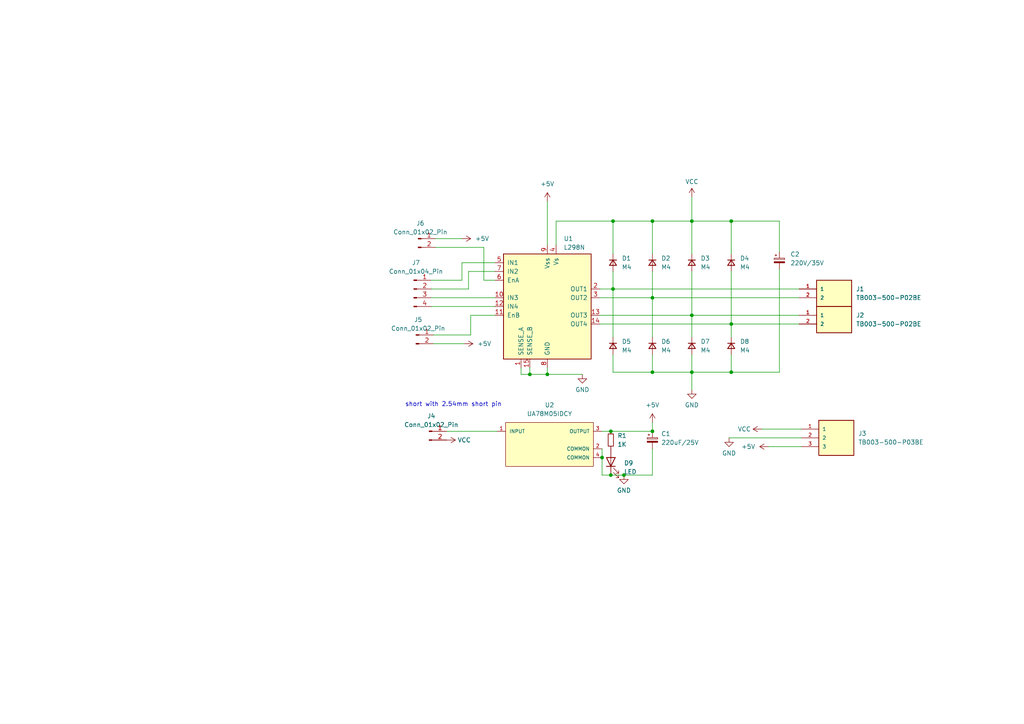
<source format=kicad_sch>
(kicad_sch (version 20230121) (generator eeschema)

  (uuid c70c3411-2fb5-4757-a14b-e069ed5806db)

  (paper "A4")

  (lib_symbols
    (symbol "78M05:UA78M05IDCY" (pin_names (offset 1.016)) (in_bom yes) (on_board yes)
      (property "Reference" "U" (at 0 5.08 0)
        (effects (font (size 1.27 1.27)) (justify left))
      )
      (property "Value" "UA78M05IDCY" (at 0 7.62 0)
        (effects (font (size 1.27 1.27)) (justify left))
      )
      (property "Footprint" "Texas_Instruments-DCY0004A-0-0-*" (at 0 10.16 0)
        (effects (font (size 1.27 1.27)) (justify left) hide)
      )
      (property "Datasheet" "http://www.ti.com/lit/ds/symlink/ua78m.pdf" (at 0 12.7 0)
        (effects (font (size 1.27 1.27)) (justify left) hide)
      )
      (property "accuracy percentage" "3%" (at 0 15.24 0)
        (effects (font (size 1.27 1.27)) (justify left) hide)
      )
      (property "category" "IC" (at 0 17.78 0)
        (effects (font (size 1.27 1.27)) (justify left) hide)
      )
      (property "device class L1" "Integrated Circuits (ICs)" (at 0 20.32 0)
        (effects (font (size 1.27 1.27)) (justify left) hide)
      )
      (property "device class L2" "Power Management ICs" (at 0 22.86 0)
        (effects (font (size 1.27 1.27)) (justify left) hide)
      )
      (property "device class L3" "Voltage Regulators - Linear" (at 0 25.4 0)
        (effects (font (size 1.27 1.27)) (justify left) hide)
      )
      (property "digikey description" "IC REG LINEAR 5V 500MA SOT223-4" (at 0 27.94 0)
        (effects (font (size 1.27 1.27)) (justify left) hide)
      )
      (property "digikey part number" "296-27139-5-ND" (at 0 30.48 0)
        (effects (font (size 1.27 1.27)) (justify left) hide)
      )
      (property "dropout voltage" "2V" (at 0 33.02 0)
        (effects (font (size 1.27 1.27)) (justify left) hide)
      )
      (property "height" "1.8mm" (at 0 35.56 0)
        (effects (font (size 1.27 1.27)) (justify left) hide)
      )
      (property "lead free" "yes" (at 0 38.1 0)
        (effects (font (size 1.27 1.27)) (justify left) hide)
      )
      (property "library id" "469354a70f515b76" (at 0 40.64 0)
        (effects (font (size 1.27 1.27)) (justify left) hide)
      )
      (property "manufacturer" "Texas Instruments" (at 0 43.18 0)
        (effects (font (size 1.27 1.27)) (justify left) hide)
      )
      (property "max junction temp" "+125°C" (at 0 45.72 0)
        (effects (font (size 1.27 1.27)) (justify left) hide)
      )
      (property "max supply voltage" "25V" (at 0 48.26 0)
        (effects (font (size 1.27 1.27)) (justify left) hide)
      )
      (property "min supply voltage" "7V" (at 0 50.8 0)
        (effects (font (size 1.27 1.27)) (justify left) hide)
      )
      (property "mouser description" "Linear Voltage Regulators 5V 500mA Fixed Pos Voltage Regulator" (at 0 53.34 0)
        (effects (font (size 1.27 1.27)) (justify left) hide)
      )
      (property "mouser part number" "595-UA78M05IDCY" (at 0 55.88 0)
        (effects (font (size 1.27 1.27)) (justify left) hide)
      )
      (property "number of outputs" "1" (at 0 58.42 0)
        (effects (font (size 1.27 1.27)) (justify left) hide)
      )
      (property "output current" "500mA" (at 0 60.96 0)
        (effects (font (size 1.27 1.27)) (justify left) hide)
      )
      (property "output voltage" "5V" (at 0 63.5 0)
        (effects (font (size 1.27 1.27)) (justify left) hide)
      )
      (property "package" "SOT223-4" (at 0 66.04 0)
        (effects (font (size 1.27 1.27)) (justify left) hide)
      )
      (property "rohs" "yes" (at 0 68.58 0)
        (effects (font (size 1.27 1.27)) (justify left) hide)
      )
      (property "standoff height" "0.02mm" (at 0 71.12 0)
        (effects (font (size 1.27 1.27)) (justify left) hide)
      )
      (property "temperature range high" "+125°C" (at 0 73.66 0)
        (effects (font (size 1.27 1.27)) (justify left) hide)
      )
      (property "temperature range low" "-40°C" (at 0 76.2 0)
        (effects (font (size 1.27 1.27)) (justify left) hide)
      )
      (property "ki_locked" "" (at 0 0 0)
        (effects (font (size 1.27 1.27)))
      )
      (property "ki_description" "UA78M05IDCY" (at 0 0 0)
        (effects (font (size 1.27 1.27)) hide)
      )
      (symbol "UA78M05IDCY_1_1"
        (rectangle (start 5.08 2.54) (end 30.48 -10.16)
          (stroke (width 0) (type solid))
          (fill (type background))
        )
        (pin power_in line (at 2.54 0 0) (length 2.54)
          (name "INPUT" (effects (font (size 1.016 1.016))))
          (number "1" (effects (font (size 1.016 1.016))))
        )
        (pin power_in line (at 33.02 -5.08 180) (length 2.54)
          (name "COMMON" (effects (font (size 1.016 1.016))))
          (number "2" (effects (font (size 1.016 1.016))))
        )
        (pin power_in line (at 33.02 0 180) (length 2.54)
          (name "OUTPUT" (effects (font (size 1.016 1.016))))
          (number "3" (effects (font (size 1.016 1.016))))
        )
        (pin power_in line (at 33.02 -7.62 180) (length 2.54)
          (name "COMMON" (effects (font (size 1.016 1.016))))
          (number "4" (effects (font (size 1.016 1.016))))
        )
      )
    )
    (symbol "Connector:Conn_01x02_Pin" (pin_names (offset 1.016) hide) (in_bom yes) (on_board yes)
      (property "Reference" "J" (at 0 2.54 0)
        (effects (font (size 1.27 1.27)))
      )
      (property "Value" "Conn_01x02_Pin" (at 0 -5.08 0)
        (effects (font (size 1.27 1.27)))
      )
      (property "Footprint" "" (at 0 0 0)
        (effects (font (size 1.27 1.27)) hide)
      )
      (property "Datasheet" "~" (at 0 0 0)
        (effects (font (size 1.27 1.27)) hide)
      )
      (property "ki_locked" "" (at 0 0 0)
        (effects (font (size 1.27 1.27)))
      )
      (property "ki_keywords" "connector" (at 0 0 0)
        (effects (font (size 1.27 1.27)) hide)
      )
      (property "ki_description" "Generic connector, single row, 01x02, script generated" (at 0 0 0)
        (effects (font (size 1.27 1.27)) hide)
      )
      (property "ki_fp_filters" "Connector*:*_1x??_*" (at 0 0 0)
        (effects (font (size 1.27 1.27)) hide)
      )
      (symbol "Conn_01x02_Pin_1_1"
        (polyline
          (pts
            (xy 1.27 -2.54)
            (xy 0.8636 -2.54)
          )
          (stroke (width 0.1524) (type default))
          (fill (type none))
        )
        (polyline
          (pts
            (xy 1.27 0)
            (xy 0.8636 0)
          )
          (stroke (width 0.1524) (type default))
          (fill (type none))
        )
        (rectangle (start 0.8636 -2.413) (end 0 -2.667)
          (stroke (width 0.1524) (type default))
          (fill (type outline))
        )
        (rectangle (start 0.8636 0.127) (end 0 -0.127)
          (stroke (width 0.1524) (type default))
          (fill (type outline))
        )
        (pin passive line (at 5.08 0 180) (length 3.81)
          (name "Pin_1" (effects (font (size 1.27 1.27))))
          (number "1" (effects (font (size 1.27 1.27))))
        )
        (pin passive line (at 5.08 -2.54 180) (length 3.81)
          (name "Pin_2" (effects (font (size 1.27 1.27))))
          (number "2" (effects (font (size 1.27 1.27))))
        )
      )
    )
    (symbol "Connector:Conn_01x04_Pin" (pin_names (offset 1.016) hide) (in_bom yes) (on_board yes)
      (property "Reference" "J" (at 0 5.08 0)
        (effects (font (size 1.27 1.27)))
      )
      (property "Value" "Conn_01x04_Pin" (at 0 -7.62 0)
        (effects (font (size 1.27 1.27)))
      )
      (property "Footprint" "" (at 0 0 0)
        (effects (font (size 1.27 1.27)) hide)
      )
      (property "Datasheet" "~" (at 0 0 0)
        (effects (font (size 1.27 1.27)) hide)
      )
      (property "ki_locked" "" (at 0 0 0)
        (effects (font (size 1.27 1.27)))
      )
      (property "ki_keywords" "connector" (at 0 0 0)
        (effects (font (size 1.27 1.27)) hide)
      )
      (property "ki_description" "Generic connector, single row, 01x04, script generated" (at 0 0 0)
        (effects (font (size 1.27 1.27)) hide)
      )
      (property "ki_fp_filters" "Connector*:*_1x??_*" (at 0 0 0)
        (effects (font (size 1.27 1.27)) hide)
      )
      (symbol "Conn_01x04_Pin_1_1"
        (polyline
          (pts
            (xy 1.27 -5.08)
            (xy 0.8636 -5.08)
          )
          (stroke (width 0.1524) (type default))
          (fill (type none))
        )
        (polyline
          (pts
            (xy 1.27 -2.54)
            (xy 0.8636 -2.54)
          )
          (stroke (width 0.1524) (type default))
          (fill (type none))
        )
        (polyline
          (pts
            (xy 1.27 0)
            (xy 0.8636 0)
          )
          (stroke (width 0.1524) (type default))
          (fill (type none))
        )
        (polyline
          (pts
            (xy 1.27 2.54)
            (xy 0.8636 2.54)
          )
          (stroke (width 0.1524) (type default))
          (fill (type none))
        )
        (rectangle (start 0.8636 -4.953) (end 0 -5.207)
          (stroke (width 0.1524) (type default))
          (fill (type outline))
        )
        (rectangle (start 0.8636 -2.413) (end 0 -2.667)
          (stroke (width 0.1524) (type default))
          (fill (type outline))
        )
        (rectangle (start 0.8636 0.127) (end 0 -0.127)
          (stroke (width 0.1524) (type default))
          (fill (type outline))
        )
        (rectangle (start 0.8636 2.667) (end 0 2.413)
          (stroke (width 0.1524) (type default))
          (fill (type outline))
        )
        (pin passive line (at 5.08 2.54 180) (length 3.81)
          (name "Pin_1" (effects (font (size 1.27 1.27))))
          (number "1" (effects (font (size 1.27 1.27))))
        )
        (pin passive line (at 5.08 0 180) (length 3.81)
          (name "Pin_2" (effects (font (size 1.27 1.27))))
          (number "2" (effects (font (size 1.27 1.27))))
        )
        (pin passive line (at 5.08 -2.54 180) (length 3.81)
          (name "Pin_3" (effects (font (size 1.27 1.27))))
          (number "3" (effects (font (size 1.27 1.27))))
        )
        (pin passive line (at 5.08 -5.08 180) (length 3.81)
          (name "Pin_4" (effects (font (size 1.27 1.27))))
          (number "4" (effects (font (size 1.27 1.27))))
        )
      )
    )
    (symbol "Device:C_Polarized_Small" (pin_numbers hide) (pin_names (offset 0.254) hide) (in_bom yes) (on_board yes)
      (property "Reference" "C" (at 0.254 1.778 0)
        (effects (font (size 1.27 1.27)) (justify left))
      )
      (property "Value" "C_Polarized_Small" (at 0.254 -2.032 0)
        (effects (font (size 1.27 1.27)) (justify left))
      )
      (property "Footprint" "" (at 0 0 0)
        (effects (font (size 1.27 1.27)) hide)
      )
      (property "Datasheet" "~" (at 0 0 0)
        (effects (font (size 1.27 1.27)) hide)
      )
      (property "ki_keywords" "cap capacitor" (at 0 0 0)
        (effects (font (size 1.27 1.27)) hide)
      )
      (property "ki_description" "Polarized capacitor, small symbol" (at 0 0 0)
        (effects (font (size 1.27 1.27)) hide)
      )
      (property "ki_fp_filters" "CP_*" (at 0 0 0)
        (effects (font (size 1.27 1.27)) hide)
      )
      (symbol "C_Polarized_Small_0_1"
        (rectangle (start -1.524 -0.3048) (end 1.524 -0.6858)
          (stroke (width 0) (type default))
          (fill (type outline))
        )
        (rectangle (start -1.524 0.6858) (end 1.524 0.3048)
          (stroke (width 0) (type default))
          (fill (type none))
        )
        (polyline
          (pts
            (xy -1.27 1.524)
            (xy -0.762 1.524)
          )
          (stroke (width 0) (type default))
          (fill (type none))
        )
        (polyline
          (pts
            (xy -1.016 1.27)
            (xy -1.016 1.778)
          )
          (stroke (width 0) (type default))
          (fill (type none))
        )
      )
      (symbol "C_Polarized_Small_1_1"
        (pin passive line (at 0 2.54 270) (length 1.8542)
          (name "~" (effects (font (size 1.27 1.27))))
          (number "1" (effects (font (size 1.27 1.27))))
        )
        (pin passive line (at 0 -2.54 90) (length 1.8542)
          (name "~" (effects (font (size 1.27 1.27))))
          (number "2" (effects (font (size 1.27 1.27))))
        )
      )
    )
    (symbol "Device:D_Small" (pin_numbers hide) (pin_names (offset 0.254) hide) (in_bom yes) (on_board yes)
      (property "Reference" "D" (at -1.27 2.032 0)
        (effects (font (size 1.27 1.27)) (justify left))
      )
      (property "Value" "D_Small" (at -3.81 -2.032 0)
        (effects (font (size 1.27 1.27)) (justify left))
      )
      (property "Footprint" "" (at 0 0 90)
        (effects (font (size 1.27 1.27)) hide)
      )
      (property "Datasheet" "~" (at 0 0 90)
        (effects (font (size 1.27 1.27)) hide)
      )
      (property "Sim.Device" "D" (at 0 0 0)
        (effects (font (size 1.27 1.27)) hide)
      )
      (property "Sim.Pins" "1=K 2=A" (at 0 0 0)
        (effects (font (size 1.27 1.27)) hide)
      )
      (property "ki_keywords" "diode" (at 0 0 0)
        (effects (font (size 1.27 1.27)) hide)
      )
      (property "ki_description" "Diode, small symbol" (at 0 0 0)
        (effects (font (size 1.27 1.27)) hide)
      )
      (property "ki_fp_filters" "TO-???* *_Diode_* *SingleDiode* D_*" (at 0 0 0)
        (effects (font (size 1.27 1.27)) hide)
      )
      (symbol "D_Small_0_1"
        (polyline
          (pts
            (xy -0.762 -1.016)
            (xy -0.762 1.016)
          )
          (stroke (width 0.254) (type default))
          (fill (type none))
        )
        (polyline
          (pts
            (xy -0.762 0)
            (xy 0.762 0)
          )
          (stroke (width 0) (type default))
          (fill (type none))
        )
        (polyline
          (pts
            (xy 0.762 -1.016)
            (xy -0.762 0)
            (xy 0.762 1.016)
            (xy 0.762 -1.016)
          )
          (stroke (width 0.254) (type default))
          (fill (type none))
        )
      )
      (symbol "D_Small_1_1"
        (pin passive line (at -2.54 0 0) (length 1.778)
          (name "K" (effects (font (size 1.27 1.27))))
          (number "1" (effects (font (size 1.27 1.27))))
        )
        (pin passive line (at 2.54 0 180) (length 1.778)
          (name "A" (effects (font (size 1.27 1.27))))
          (number "2" (effects (font (size 1.27 1.27))))
        )
      )
    )
    (symbol "Device:LED" (pin_numbers hide) (pin_names (offset 1.016) hide) (in_bom yes) (on_board yes)
      (property "Reference" "D" (at 0 2.54 0)
        (effects (font (size 1.27 1.27)))
      )
      (property "Value" "LED" (at 0 -2.54 0)
        (effects (font (size 1.27 1.27)))
      )
      (property "Footprint" "" (at 0 0 0)
        (effects (font (size 1.27 1.27)) hide)
      )
      (property "Datasheet" "~" (at 0 0 0)
        (effects (font (size 1.27 1.27)) hide)
      )
      (property "ki_keywords" "LED diode" (at 0 0 0)
        (effects (font (size 1.27 1.27)) hide)
      )
      (property "ki_description" "Light emitting diode" (at 0 0 0)
        (effects (font (size 1.27 1.27)) hide)
      )
      (property "ki_fp_filters" "LED* LED_SMD:* LED_THT:*" (at 0 0 0)
        (effects (font (size 1.27 1.27)) hide)
      )
      (symbol "LED_0_1"
        (polyline
          (pts
            (xy -1.27 -1.27)
            (xy -1.27 1.27)
          )
          (stroke (width 0.254) (type default))
          (fill (type none))
        )
        (polyline
          (pts
            (xy -1.27 0)
            (xy 1.27 0)
          )
          (stroke (width 0) (type default))
          (fill (type none))
        )
        (polyline
          (pts
            (xy 1.27 -1.27)
            (xy 1.27 1.27)
            (xy -1.27 0)
            (xy 1.27 -1.27)
          )
          (stroke (width 0.254) (type default))
          (fill (type none))
        )
        (polyline
          (pts
            (xy -3.048 -0.762)
            (xy -4.572 -2.286)
            (xy -3.81 -2.286)
            (xy -4.572 -2.286)
            (xy -4.572 -1.524)
          )
          (stroke (width 0) (type default))
          (fill (type none))
        )
        (polyline
          (pts
            (xy -1.778 -0.762)
            (xy -3.302 -2.286)
            (xy -2.54 -2.286)
            (xy -3.302 -2.286)
            (xy -3.302 -1.524)
          )
          (stroke (width 0) (type default))
          (fill (type none))
        )
      )
      (symbol "LED_1_1"
        (pin passive line (at -3.81 0 0) (length 2.54)
          (name "K" (effects (font (size 1.27 1.27))))
          (number "1" (effects (font (size 1.27 1.27))))
        )
        (pin passive line (at 3.81 0 180) (length 2.54)
          (name "A" (effects (font (size 1.27 1.27))))
          (number "2" (effects (font (size 1.27 1.27))))
        )
      )
    )
    (symbol "Device:R_Small" (pin_numbers hide) (pin_names (offset 0.254) hide) (in_bom yes) (on_board yes)
      (property "Reference" "R" (at 0.762 0.508 0)
        (effects (font (size 1.27 1.27)) (justify left))
      )
      (property "Value" "R_Small" (at 0.762 -1.016 0)
        (effects (font (size 1.27 1.27)) (justify left))
      )
      (property "Footprint" "" (at 0 0 0)
        (effects (font (size 1.27 1.27)) hide)
      )
      (property "Datasheet" "~" (at 0 0 0)
        (effects (font (size 1.27 1.27)) hide)
      )
      (property "ki_keywords" "R resistor" (at 0 0 0)
        (effects (font (size 1.27 1.27)) hide)
      )
      (property "ki_description" "Resistor, small symbol" (at 0 0 0)
        (effects (font (size 1.27 1.27)) hide)
      )
      (property "ki_fp_filters" "R_*" (at 0 0 0)
        (effects (font (size 1.27 1.27)) hide)
      )
      (symbol "R_Small_0_1"
        (rectangle (start -0.762 1.778) (end 0.762 -1.778)
          (stroke (width 0.2032) (type default))
          (fill (type none))
        )
      )
      (symbol "R_Small_1_1"
        (pin passive line (at 0 2.54 270) (length 0.762)
          (name "~" (effects (font (size 1.27 1.27))))
          (number "1" (effects (font (size 1.27 1.27))))
        )
        (pin passive line (at 0 -2.54 90) (length 0.762)
          (name "~" (effects (font (size 1.27 1.27))))
          (number "2" (effects (font (size 1.27 1.27))))
        )
      )
    )
    (symbol "Driver_Motor:L298N" (pin_names (offset 1.016)) (in_bom yes) (on_board yes)
      (property "Reference" "U" (at -10.16 16.51 0)
        (effects (font (size 1.27 1.27)) (justify right))
      )
      (property "Value" "L298N" (at 12.7 16.51 0)
        (effects (font (size 1.27 1.27)) (justify right))
      )
      (property "Footprint" "Package_TO_SOT_THT:TO-220-15_P2.54x2.54mm_StaggerOdd_Lead4.58mm_Vertical" (at 1.27 -16.51 0)
        (effects (font (size 1.27 1.27)) (justify left) hide)
      )
      (property "Datasheet" "http://www.st.com/st-web-ui/static/active/en/resource/technical/document/datasheet/CD00000240.pdf" (at 3.81 6.35 0)
        (effects (font (size 1.27 1.27)) hide)
      )
      (property "ki_keywords" "H-bridge motor driver" (at 0 0 0)
        (effects (font (size 1.27 1.27)) hide)
      )
      (property "ki_description" "Dual full bridge motor driver, up to 46V, 4A, Multiwatt15-V" (at 0 0 0)
        (effects (font (size 1.27 1.27)) hide)
      )
      (property "ki_fp_filters" "TO?220*StaggerOdd*Vertical*" (at 0 0 0)
        (effects (font (size 1.27 1.27)) hide)
      )
      (symbol "L298N_0_1"
        (rectangle (start -12.7 15.24) (end 12.7 -15.24)
          (stroke (width 0.254) (type default))
          (fill (type background))
        )
      )
      (symbol "L298N_1_1"
        (pin power_in line (at -7.62 -17.78 90) (length 2.54)
          (name "SENSE_A" (effects (font (size 1.27 1.27))))
          (number "1" (effects (font (size 1.27 1.27))))
        )
        (pin input line (at -15.24 2.54 0) (length 2.54)
          (name "IN3" (effects (font (size 1.27 1.27))))
          (number "10" (effects (font (size 1.27 1.27))))
        )
        (pin input line (at -15.24 -2.54 0) (length 2.54)
          (name "EnB" (effects (font (size 1.27 1.27))))
          (number "11" (effects (font (size 1.27 1.27))))
        )
        (pin input line (at -15.24 0 0) (length 2.54)
          (name "IN4" (effects (font (size 1.27 1.27))))
          (number "12" (effects (font (size 1.27 1.27))))
        )
        (pin output line (at 15.24 -2.54 180) (length 2.54)
          (name "OUT3" (effects (font (size 1.27 1.27))))
          (number "13" (effects (font (size 1.27 1.27))))
        )
        (pin output line (at 15.24 -5.08 180) (length 2.54)
          (name "OUT4" (effects (font (size 1.27 1.27))))
          (number "14" (effects (font (size 1.27 1.27))))
        )
        (pin power_in line (at -5.08 -17.78 90) (length 2.54)
          (name "SENSE_B" (effects (font (size 1.27 1.27))))
          (number "15" (effects (font (size 1.27 1.27))))
        )
        (pin output line (at 15.24 5.08 180) (length 2.54)
          (name "OUT1" (effects (font (size 1.27 1.27))))
          (number "2" (effects (font (size 1.27 1.27))))
        )
        (pin output line (at 15.24 2.54 180) (length 2.54)
          (name "OUT2" (effects (font (size 1.27 1.27))))
          (number "3" (effects (font (size 1.27 1.27))))
        )
        (pin power_in line (at 2.54 17.78 270) (length 2.54)
          (name "Vs" (effects (font (size 1.27 1.27))))
          (number "4" (effects (font (size 1.27 1.27))))
        )
        (pin input line (at -15.24 12.7 0) (length 2.54)
          (name "IN1" (effects (font (size 1.27 1.27))))
          (number "5" (effects (font (size 1.27 1.27))))
        )
        (pin input line (at -15.24 7.62 0) (length 2.54)
          (name "EnA" (effects (font (size 1.27 1.27))))
          (number "6" (effects (font (size 1.27 1.27))))
        )
        (pin input line (at -15.24 10.16 0) (length 2.54)
          (name "IN2" (effects (font (size 1.27 1.27))))
          (number "7" (effects (font (size 1.27 1.27))))
        )
        (pin power_in line (at 0 -17.78 90) (length 2.54)
          (name "GND" (effects (font (size 1.27 1.27))))
          (number "8" (effects (font (size 1.27 1.27))))
        )
        (pin power_in line (at 0 17.78 270) (length 2.54)
          (name "Vss" (effects (font (size 1.27 1.27))))
          (number "9" (effects (font (size 1.27 1.27))))
        )
      )
    )
    (symbol "TB003-500-P02BE:TB003-500-P02BE" (pin_names (offset 1.016)) (in_bom yes) (on_board yes)
      (property "Reference" "J" (at -5.58 5.08 0)
        (effects (font (size 1.27 1.27)) (justify left bottom))
      )
      (property "Value" "TB003-500-P02BE" (at -5.08 -5.08 0)
        (effects (font (size 1.27 1.27)) (justify left bottom))
      )
      (property "Footprint" "TB003-500-P02BE:CUI_TB003-500-P02BE" (at 0 0 0)
        (effects (font (size 1.27 1.27)) (justify bottom) hide)
      )
      (property "Datasheet" "" (at 0 0 0)
        (effects (font (size 1.27 1.27)) hide)
      )
      (property "STANDARD" "Manufacturer Recommendations" (at 0 0 0)
        (effects (font (size 1.27 1.27)) (justify bottom) hide)
      )
      (property "MANUFACTURER" "CUI" (at 0 0 0)
        (effects (font (size 1.27 1.27)) (justify bottom) hide)
      )
      (symbol "TB003-500-P02BE_0_0"
        (rectangle (start -5.08 -2.54) (end 5.08 5.08)
          (stroke (width 0.254) (type default))
          (fill (type background))
        )
        (pin passive line (at -10.16 2.54 0) (length 5.08)
          (name "1" (effects (font (size 1.016 1.016))))
          (number "1" (effects (font (size 1.016 1.016))))
        )
        (pin passive line (at -10.16 0 0) (length 5.08)
          (name "2" (effects (font (size 1.016 1.016))))
          (number "2" (effects (font (size 1.016 1.016))))
        )
      )
    )
    (symbol "TB003-500-P03BE:TB003-500-P03BE" (pin_names (offset 1.016)) (in_bom yes) (on_board yes)
      (property "Reference" "J" (at -5.58 5.08 0)
        (effects (font (size 1.27 1.27)) (justify left bottom))
      )
      (property "Value" "TB003-500-P03BE" (at -5.08 -7.62 0)
        (effects (font (size 1.27 1.27)) (justify left bottom))
      )
      (property "Footprint" "TB003-500-P03BE:CUI_TB003-500-P03BE" (at 0 0 0)
        (effects (font (size 1.27 1.27)) (justify bottom) hide)
      )
      (property "Datasheet" "" (at 0 0 0)
        (effects (font (size 1.27 1.27)) hide)
      )
      (property "STANDARD" "Manufacturer Recommendations" (at 0 0 0)
        (effects (font (size 1.27 1.27)) (justify bottom) hide)
      )
      (property "MANUFACTURER" "CUI" (at 0 0 0)
        (effects (font (size 1.27 1.27)) (justify bottom) hide)
      )
      (symbol "TB003-500-P03BE_0_0"
        (rectangle (start -5.08 -5.08) (end 5.08 5.08)
          (stroke (width 0.254) (type default))
          (fill (type background))
        )
        (pin passive line (at -10.16 2.54 0) (length 5.08)
          (name "1" (effects (font (size 1.016 1.016))))
          (number "1" (effects (font (size 1.016 1.016))))
        )
        (pin passive line (at -10.16 0 0) (length 5.08)
          (name "2" (effects (font (size 1.016 1.016))))
          (number "2" (effects (font (size 1.016 1.016))))
        )
        (pin passive line (at -10.16 -2.54 0) (length 5.08)
          (name "3" (effects (font (size 1.016 1.016))))
          (number "3" (effects (font (size 1.016 1.016))))
        )
      )
    )
    (symbol "power:+5V" (power) (pin_names (offset 0)) (in_bom yes) (on_board yes)
      (property "Reference" "#PWR" (at 0 -3.81 0)
        (effects (font (size 1.27 1.27)) hide)
      )
      (property "Value" "+5V" (at 0 3.556 0)
        (effects (font (size 1.27 1.27)))
      )
      (property "Footprint" "" (at 0 0 0)
        (effects (font (size 1.27 1.27)) hide)
      )
      (property "Datasheet" "" (at 0 0 0)
        (effects (font (size 1.27 1.27)) hide)
      )
      (property "ki_keywords" "global power" (at 0 0 0)
        (effects (font (size 1.27 1.27)) hide)
      )
      (property "ki_description" "Power symbol creates a global label with name \"+5V\"" (at 0 0 0)
        (effects (font (size 1.27 1.27)) hide)
      )
      (symbol "+5V_0_1"
        (polyline
          (pts
            (xy -0.762 1.27)
            (xy 0 2.54)
          )
          (stroke (width 0) (type default))
          (fill (type none))
        )
        (polyline
          (pts
            (xy 0 0)
            (xy 0 2.54)
          )
          (stroke (width 0) (type default))
          (fill (type none))
        )
        (polyline
          (pts
            (xy 0 2.54)
            (xy 0.762 1.27)
          )
          (stroke (width 0) (type default))
          (fill (type none))
        )
      )
      (symbol "+5V_1_1"
        (pin power_in line (at 0 0 90) (length 0) hide
          (name "+5V" (effects (font (size 1.27 1.27))))
          (number "1" (effects (font (size 1.27 1.27))))
        )
      )
    )
    (symbol "power:GND" (power) (pin_names (offset 0)) (in_bom yes) (on_board yes)
      (property "Reference" "#PWR" (at 0 -6.35 0)
        (effects (font (size 1.27 1.27)) hide)
      )
      (property "Value" "GND" (at 0 -3.81 0)
        (effects (font (size 1.27 1.27)))
      )
      (property "Footprint" "" (at 0 0 0)
        (effects (font (size 1.27 1.27)) hide)
      )
      (property "Datasheet" "" (at 0 0 0)
        (effects (font (size 1.27 1.27)) hide)
      )
      (property "ki_keywords" "global power" (at 0 0 0)
        (effects (font (size 1.27 1.27)) hide)
      )
      (property "ki_description" "Power symbol creates a global label with name \"GND\" , ground" (at 0 0 0)
        (effects (font (size 1.27 1.27)) hide)
      )
      (symbol "GND_0_1"
        (polyline
          (pts
            (xy 0 0)
            (xy 0 -1.27)
            (xy 1.27 -1.27)
            (xy 0 -2.54)
            (xy -1.27 -1.27)
            (xy 0 -1.27)
          )
          (stroke (width 0) (type default))
          (fill (type none))
        )
      )
      (symbol "GND_1_1"
        (pin power_in line (at 0 0 270) (length 0) hide
          (name "GND" (effects (font (size 1.27 1.27))))
          (number "1" (effects (font (size 1.27 1.27))))
        )
      )
    )
    (symbol "power:VCC" (power) (pin_names (offset 0)) (in_bom yes) (on_board yes)
      (property "Reference" "#PWR" (at 0 -3.81 0)
        (effects (font (size 1.27 1.27)) hide)
      )
      (property "Value" "VCC" (at 0 3.81 0)
        (effects (font (size 1.27 1.27)))
      )
      (property "Footprint" "" (at 0 0 0)
        (effects (font (size 1.27 1.27)) hide)
      )
      (property "Datasheet" "" (at 0 0 0)
        (effects (font (size 1.27 1.27)) hide)
      )
      (property "ki_keywords" "global power" (at 0 0 0)
        (effects (font (size 1.27 1.27)) hide)
      )
      (property "ki_description" "Power symbol creates a global label with name \"VCC\"" (at 0 0 0)
        (effects (font (size 1.27 1.27)) hide)
      )
      (symbol "VCC_0_1"
        (polyline
          (pts
            (xy -0.762 1.27)
            (xy 0 2.54)
          )
          (stroke (width 0) (type default))
          (fill (type none))
        )
        (polyline
          (pts
            (xy 0 0)
            (xy 0 2.54)
          )
          (stroke (width 0) (type default))
          (fill (type none))
        )
        (polyline
          (pts
            (xy 0 2.54)
            (xy 0.762 1.27)
          )
          (stroke (width 0) (type default))
          (fill (type none))
        )
      )
      (symbol "VCC_1_1"
        (pin power_in line (at 0 0 90) (length 0) hide
          (name "VCC" (effects (font (size 1.27 1.27))))
          (number "1" (effects (font (size 1.27 1.27))))
        )
      )
    )
  )

  (junction (at 212.09 107.95) (diameter 0) (color 0 0 0 0)
    (uuid 009c35e3-49ae-483a-abb1-7c74d25af772)
  )
  (junction (at 212.09 93.98) (diameter 0) (color 0 0 0 0)
    (uuid 018681b8-7e67-4fd2-b606-6c955b57ca84)
  )
  (junction (at 153.67 108.585) (diameter 0) (color 0 0 0 0)
    (uuid 03e6b09f-9202-474f-8707-636517be161d)
  )
  (junction (at 189.23 125.095) (diameter 0) (color 0 0 0 0)
    (uuid 0562d35e-bb20-48eb-b193-85bc4cdda38e)
  )
  (junction (at 180.975 137.795) (diameter 0) (color 0 0 0 0)
    (uuid 271e49a7-7973-4fb5-9199-707e6f66b488)
  )
  (junction (at 177.8 83.82) (diameter 0) (color 0 0 0 0)
    (uuid 46f3919c-12c7-4fc7-86f2-35844dc055f3)
  )
  (junction (at 177.165 137.795) (diameter 0) (color 0 0 0 0)
    (uuid 47b9bef0-f2bd-4955-a87d-445c8992c538)
  )
  (junction (at 177.8 64.135) (diameter 0) (color 0 0 0 0)
    (uuid 525f531c-81cc-4664-9377-33566e6be1fb)
  )
  (junction (at 177.165 125.095) (diameter 0) (color 0 0 0 0)
    (uuid 62971670-bd8d-4614-9aa8-6d468de7ec68)
  )
  (junction (at 189.23 64.135) (diameter 0) (color 0 0 0 0)
    (uuid 756dd127-54f7-441e-9b65-d762d6c92b6f)
  )
  (junction (at 158.75 108.585) (diameter 0) (color 0 0 0 0)
    (uuid 78f44079-e0a8-4cf5-b469-1cacfbb0afe0)
  )
  (junction (at 174.625 132.715) (diameter 0) (color 0 0 0 0)
    (uuid 806110b7-6e5f-4333-9ca6-3deff5ff8a34)
  )
  (junction (at 189.23 86.36) (diameter 0) (color 0 0 0 0)
    (uuid a6312441-a4a6-4244-87c7-aeb0c2044f9a)
  )
  (junction (at 200.66 107.95) (diameter 0) (color 0 0 0 0)
    (uuid bae6a619-a5a1-46e3-9863-089ce439bf7a)
  )
  (junction (at 189.23 107.95) (diameter 0) (color 0 0 0 0)
    (uuid c24cbf04-f556-4ef8-b2b7-bd5ccdabbc62)
  )
  (junction (at 212.09 64.135) (diameter 0) (color 0 0 0 0)
    (uuid d26cea62-245e-4ba9-acc0-a4e46ee93a2e)
  )
  (junction (at 200.66 64.135) (diameter 0) (color 0 0 0 0)
    (uuid d3342cff-5f3b-4ca8-b86d-8954861c3372)
  )
  (junction (at 200.66 91.44) (diameter 0) (color 0 0 0 0)
    (uuid f65ac81c-c5b7-44a4-8449-d213fe18affd)
  )

  (wire (pts (xy 200.66 107.95) (xy 212.09 107.95))
    (stroke (width 0) (type default))
    (uuid 03680863-7d86-4a16-a3e0-2a87a22bc624)
  )
  (wire (pts (xy 158.75 108.585) (xy 168.91 108.585))
    (stroke (width 0) (type default))
    (uuid 0a1aef9b-4ff8-4630-a520-7f644852cb70)
  )
  (wire (pts (xy 212.09 93.98) (xy 212.09 97.79))
    (stroke (width 0) (type default))
    (uuid 0cf38fb0-ce5e-410a-adba-84e5f96ecc09)
  )
  (wire (pts (xy 173.99 93.98) (xy 212.09 93.98))
    (stroke (width 0) (type default))
    (uuid 0d8d37f7-13fd-4bb1-9da9-14d8e4018a28)
  )
  (wire (pts (xy 189.23 78.74) (xy 189.23 86.36))
    (stroke (width 0) (type default))
    (uuid 11b144d7-c3ed-4666-88fb-572892a06bf2)
  )
  (wire (pts (xy 161.29 71.12) (xy 161.29 64.135))
    (stroke (width 0) (type default))
    (uuid 13182dff-9406-40a9-b6a5-a16bb7eba686)
  )
  (wire (pts (xy 189.23 137.795) (xy 180.975 137.795))
    (stroke (width 0) (type default))
    (uuid 2060078c-1fe5-4d86-b1af-43526719a84a)
  )
  (wire (pts (xy 220.98 124.46) (xy 232.41 124.46))
    (stroke (width 0) (type default))
    (uuid 257796bd-6d93-4a98-b5e0-8ba3ea450e44)
  )
  (wire (pts (xy 189.23 86.36) (xy 231.775 86.36))
    (stroke (width 0) (type default))
    (uuid 29980b0e-aeae-4fb4-94b7-bcb6ad465700)
  )
  (wire (pts (xy 189.23 64.135) (xy 200.66 64.135))
    (stroke (width 0) (type default))
    (uuid 2c58c250-b085-4f76-a015-12c07aa9a20a)
  )
  (wire (pts (xy 212.09 64.135) (xy 226.06 64.135))
    (stroke (width 0) (type default))
    (uuid 3cf158c2-5632-4c65-915a-f107d1a6f038)
  )
  (wire (pts (xy 143.51 81.28) (xy 140.335 81.28))
    (stroke (width 0) (type default))
    (uuid 4016fe5d-15e2-4842-8176-3c06badd93eb)
  )
  (wire (pts (xy 134.62 99.695) (xy 125.73 99.695))
    (stroke (width 0) (type default))
    (uuid 40f6feba-8ffd-483d-acb8-e002ce22c3aa)
  )
  (wire (pts (xy 200.66 102.87) (xy 200.66 107.95))
    (stroke (width 0) (type default))
    (uuid 50f67335-e466-4b9a-8c1d-925fef33f1e8)
  )
  (wire (pts (xy 200.66 91.44) (xy 231.775 91.44))
    (stroke (width 0) (type default))
    (uuid 519d85cc-d06e-4397-a942-522d0c048879)
  )
  (wire (pts (xy 136.525 97.155) (xy 125.73 97.155))
    (stroke (width 0) (type default))
    (uuid 54b2f16e-cb46-418e-8d43-ee77897e7bcd)
  )
  (wire (pts (xy 177.8 102.87) (xy 177.8 107.95))
    (stroke (width 0) (type default))
    (uuid 56385756-274c-4d50-865b-50bc14295713)
  )
  (wire (pts (xy 129.54 125.095) (xy 144.145 125.095))
    (stroke (width 0) (type default))
    (uuid 5683ba2f-013d-4119-b539-10229c682227)
  )
  (wire (pts (xy 226.06 78.105) (xy 226.06 107.95))
    (stroke (width 0) (type default))
    (uuid 572d8502-bacb-4165-9f8e-11a6a29a5f53)
  )
  (wire (pts (xy 136.525 91.44) (xy 136.525 97.155))
    (stroke (width 0) (type default))
    (uuid 5b132c04-9108-4a31-9add-1b8254d05aba)
  )
  (wire (pts (xy 212.09 64.135) (xy 212.09 73.66))
    (stroke (width 0) (type default))
    (uuid 68fa07c5-a285-48dc-a47f-1eb54072e2f0)
  )
  (wire (pts (xy 125.095 86.36) (xy 143.51 86.36))
    (stroke (width 0) (type default))
    (uuid 69239032-7ba1-47bd-ba07-f385da765b57)
  )
  (wire (pts (xy 177.165 125.095) (xy 189.23 125.095))
    (stroke (width 0) (type default))
    (uuid 736e3515-6fd3-4127-a1bd-a3185bd64c60)
  )
  (wire (pts (xy 173.99 83.82) (xy 177.8 83.82))
    (stroke (width 0) (type default))
    (uuid 790b2fe9-0997-4e1f-b694-f7fc8ad9c15a)
  )
  (wire (pts (xy 177.8 73.66) (xy 177.8 64.135))
    (stroke (width 0) (type default))
    (uuid 7bfbe8ae-6e1e-42b1-951b-d62d15613192)
  )
  (wire (pts (xy 177.8 107.95) (xy 189.23 107.95))
    (stroke (width 0) (type default))
    (uuid 7fe4fcfe-cd00-4332-a569-f664d9277e02)
  )
  (wire (pts (xy 143.51 78.74) (xy 135.89 78.74))
    (stroke (width 0) (type default))
    (uuid 859a7f19-344f-4ca0-b6bd-75b1821f8ee1)
  )
  (wire (pts (xy 174.625 137.795) (xy 177.165 137.795))
    (stroke (width 0) (type default))
    (uuid 891505d4-44c0-4c75-b2dd-0904f039c4a0)
  )
  (wire (pts (xy 177.8 64.135) (xy 189.23 64.135))
    (stroke (width 0) (type default))
    (uuid 8b9135ca-18e9-4506-9ba4-69d69c27077a)
  )
  (wire (pts (xy 180.975 137.795) (xy 177.165 137.795))
    (stroke (width 0) (type default))
    (uuid 90960377-08a8-47da-9305-f398f8d47e4e)
  )
  (wire (pts (xy 177.8 78.74) (xy 177.8 83.82))
    (stroke (width 0) (type default))
    (uuid 90b54049-0188-43c2-b1a1-725144ff0166)
  )
  (wire (pts (xy 140.335 81.28) (xy 140.335 71.755))
    (stroke (width 0) (type default))
    (uuid 950cdb3a-1fb4-4f13-b877-6518666ba6e6)
  )
  (wire (pts (xy 174.625 125.095) (xy 177.165 125.095))
    (stroke (width 0) (type default))
    (uuid 984168c1-9f06-4d6d-a765-9ab637e5745a)
  )
  (wire (pts (xy 173.99 86.36) (xy 189.23 86.36))
    (stroke (width 0) (type default))
    (uuid 99be6faf-0845-42b2-8ac3-b6ef1710000d)
  )
  (wire (pts (xy 135.89 83.82) (xy 125.095 83.82))
    (stroke (width 0) (type default))
    (uuid 9a315307-bf32-4991-81f0-1f2b16d401ac)
  )
  (wire (pts (xy 200.66 64.135) (xy 212.09 64.135))
    (stroke (width 0) (type default))
    (uuid 9a83e49d-1795-4a2c-b4f6-bb2a87d34bd3)
  )
  (wire (pts (xy 211.455 127) (xy 232.41 127))
    (stroke (width 0) (type default))
    (uuid 9c488fb6-01cd-4775-b480-4828c4564326)
  )
  (wire (pts (xy 153.67 108.585) (xy 158.75 108.585))
    (stroke (width 0) (type default))
    (uuid 9ed77fa0-56f1-4480-a713-539e406ca52b)
  )
  (wire (pts (xy 200.66 107.95) (xy 200.66 113.03))
    (stroke (width 0) (type default))
    (uuid 9f740a44-2773-4856-8efe-165b03c2cb76)
  )
  (wire (pts (xy 133.985 81.28) (xy 125.095 81.28))
    (stroke (width 0) (type default))
    (uuid a0b6d944-3944-425a-872b-449b00adc28e)
  )
  (wire (pts (xy 174.625 130.175) (xy 174.625 132.715))
    (stroke (width 0) (type default))
    (uuid a2bde622-372e-42aa-82ec-4b69b5f5e2b9)
  )
  (wire (pts (xy 135.89 78.74) (xy 135.89 83.82))
    (stroke (width 0) (type default))
    (uuid a57ca937-e637-4f10-84d0-b7260af3c8ed)
  )
  (wire (pts (xy 212.09 107.95) (xy 212.09 102.87))
    (stroke (width 0) (type default))
    (uuid a5971aa6-76fc-4edc-9584-63e49592b62b)
  )
  (wire (pts (xy 222.885 129.54) (xy 232.41 129.54))
    (stroke (width 0) (type default))
    (uuid a80049a8-9e62-42c7-8618-3a9188fdfdd6)
  )
  (wire (pts (xy 200.66 57.15) (xy 200.66 64.135))
    (stroke (width 0) (type default))
    (uuid a82195c3-8d22-4bcb-bd83-7df6004071af)
  )
  (wire (pts (xy 189.23 107.95) (xy 200.66 107.95))
    (stroke (width 0) (type default))
    (uuid aed08fd6-5c9d-4115-b35b-221198e80fd1)
  )
  (wire (pts (xy 174.625 132.715) (xy 174.625 137.795))
    (stroke (width 0) (type default))
    (uuid b58d1cb2-752f-4966-b4c8-7b34c10a5d08)
  )
  (wire (pts (xy 177.8 83.82) (xy 231.775 83.82))
    (stroke (width 0) (type default))
    (uuid b7b73f07-124d-4bd3-91c0-07f40253aaf8)
  )
  (wire (pts (xy 189.23 130.175) (xy 189.23 137.795))
    (stroke (width 0) (type default))
    (uuid bde99d75-f8ad-4ec7-8d60-9c8a4a5df33e)
  )
  (wire (pts (xy 161.29 64.135) (xy 177.8 64.135))
    (stroke (width 0) (type default))
    (uuid c3ad3d4f-52e3-433b-b9f6-cd5b93bbfeac)
  )
  (wire (pts (xy 133.985 69.215) (xy 126.365 69.215))
    (stroke (width 0) (type default))
    (uuid c3e3a21d-b603-4780-8d33-b5b371ec0f4b)
  )
  (wire (pts (xy 143.51 91.44) (xy 136.525 91.44))
    (stroke (width 0) (type default))
    (uuid c4aa112a-aff1-4a4f-85a3-70dfac875a48)
  )
  (wire (pts (xy 143.51 76.2) (xy 133.985 76.2))
    (stroke (width 0) (type default))
    (uuid c8cf5728-4896-484d-bd89-6a30530c65c1)
  )
  (wire (pts (xy 189.23 102.87) (xy 189.23 107.95))
    (stroke (width 0) (type default))
    (uuid c9774dd5-8a2c-4779-8bd9-14a8750d5881)
  )
  (wire (pts (xy 153.67 106.68) (xy 153.67 108.585))
    (stroke (width 0) (type default))
    (uuid ca40a83e-ff48-4c5b-8ff2-345f8c5621bd)
  )
  (wire (pts (xy 189.23 64.135) (xy 189.23 73.66))
    (stroke (width 0) (type default))
    (uuid d1da7318-fa5b-479a-9770-6bd129046f6e)
  )
  (wire (pts (xy 177.8 97.79) (xy 177.8 83.82))
    (stroke (width 0) (type default))
    (uuid da0fcaed-a426-48d8-b189-9fe60ad92f6a)
  )
  (wire (pts (xy 226.06 64.135) (xy 226.06 73.025))
    (stroke (width 0) (type default))
    (uuid df0b8150-c223-4d9e-91ca-9687b8bff1ca)
  )
  (wire (pts (xy 200.66 78.74) (xy 200.66 91.44))
    (stroke (width 0) (type default))
    (uuid e5936899-4b38-46fd-98a6-7056ce16969a)
  )
  (wire (pts (xy 189.23 86.36) (xy 189.23 97.79))
    (stroke (width 0) (type default))
    (uuid e75848c6-612b-467f-b14a-c7e41f390cc9)
  )
  (wire (pts (xy 212.09 93.98) (xy 231.775 93.98))
    (stroke (width 0) (type default))
    (uuid e9712fff-7951-4a03-9892-c5eb04bc5abf)
  )
  (wire (pts (xy 200.66 64.135) (xy 200.66 73.66))
    (stroke (width 0) (type default))
    (uuid ec7e04af-453f-4c72-8a04-08feadb63c0e)
  )
  (wire (pts (xy 140.335 71.755) (xy 126.365 71.755))
    (stroke (width 0) (type default))
    (uuid eeb575dc-6985-4248-8aba-e903cb9e482b)
  )
  (wire (pts (xy 226.06 107.95) (xy 212.09 107.95))
    (stroke (width 0) (type default))
    (uuid eee42874-36ab-4974-a2ca-4a42eebc9820)
  )
  (wire (pts (xy 151.13 108.585) (xy 153.67 108.585))
    (stroke (width 0) (type default))
    (uuid eff95dfe-4d31-4c0e-b4ff-f9935f50027a)
  )
  (wire (pts (xy 189.23 125.095) (xy 189.23 122.555))
    (stroke (width 0) (type default))
    (uuid f1d32fdc-3b09-4238-9f80-7e3710dff97b)
  )
  (wire (pts (xy 133.985 76.2) (xy 133.985 81.28))
    (stroke (width 0) (type default))
    (uuid f3a14eaa-ae59-4f40-bbe3-60ce7e736787)
  )
  (wire (pts (xy 212.09 78.74) (xy 212.09 93.98))
    (stroke (width 0) (type default))
    (uuid f89138e9-04fe-431a-95a8-a35f475f4a05)
  )
  (wire (pts (xy 173.99 91.44) (xy 200.66 91.44))
    (stroke (width 0) (type default))
    (uuid fa3be5bd-521d-469e-be87-8825eeb88bb3)
  )
  (wire (pts (xy 158.75 106.68) (xy 158.75 108.585))
    (stroke (width 0) (type default))
    (uuid fb511ba1-6092-440f-827a-4cb717978bf0)
  )
  (wire (pts (xy 125.095 88.9) (xy 143.51 88.9))
    (stroke (width 0) (type default))
    (uuid fdaa51ce-9d37-4496-bc7a-37d1cc64d96d)
  )
  (wire (pts (xy 200.66 91.44) (xy 200.66 97.79))
    (stroke (width 0) (type default))
    (uuid fe116311-ba29-4472-921b-2f61c2bb93bd)
  )
  (wire (pts (xy 158.75 58.42) (xy 158.75 71.12))
    (stroke (width 0) (type default))
    (uuid feae76ea-0779-428d-9431-80bf2b6c97bf)
  )
  (wire (pts (xy 151.13 106.68) (xy 151.13 108.585))
    (stroke (width 0) (type default))
    (uuid fedc247e-33cd-44be-ab64-ac61118480f0)
  )

  (text "short with 2.54mm short pin" (at 117.475 118.11 0)
    (effects (font (size 1.27 1.27)) (justify left bottom))
    (uuid 31507bd7-6c83-4c02-bc76-e2e7d62088f5)
  )

  (symbol (lib_id "Device:D_Small") (at 189.23 100.33 270) (unit 1)
    (in_bom yes) (on_board yes) (dnp no) (fields_autoplaced)
    (uuid 022608a8-9c07-43f3-9dc1-31b017857fb1)
    (property "Reference" "D6" (at 191.77 99.06 90)
      (effects (font (size 1.27 1.27)) (justify left))
    )
    (property "Value" "M4" (at 191.77 101.6 90)
      (effects (font (size 1.27 1.27)) (justify left))
    )
    (property "Footprint" "Diode_SMD:D_SMA" (at 189.23 100.33 90)
      (effects (font (size 1.27 1.27)) hide)
    )
    (property "Datasheet" "~" (at 189.23 100.33 90)
      (effects (font (size 1.27 1.27)) hide)
    )
    (property "Sim.Device" "D" (at 189.23 100.33 0)
      (effects (font (size 1.27 1.27)) hide)
    )
    (property "Sim.Pins" "1=K 2=A" (at 189.23 100.33 0)
      (effects (font (size 1.27 1.27)) hide)
    )
    (pin "1" (uuid 0aa2c729-7238-4d4a-a94e-95717e945b25))
    (pin "2" (uuid 0f702e44-5196-4f83-af8f-ba54bf77668e))
    (instances
      (project "l298n_copy"
        (path "/c70c3411-2fb5-4757-a14b-e069ed5806db"
          (reference "D6") (unit 1)
        )
      )
    )
  )

  (symbol (lib_id "Device:LED") (at 177.165 133.985 90) (unit 1)
    (in_bom yes) (on_board yes) (dnp no) (fields_autoplaced)
    (uuid 03a87692-7fca-40bc-8dc7-09160d382c3b)
    (property "Reference" "D9" (at 180.975 134.3025 90)
      (effects (font (size 1.27 1.27)) (justify right))
    )
    (property "Value" "LED" (at 180.975 136.8425 90)
      (effects (font (size 1.27 1.27)) (justify right))
    )
    (property "Footprint" "Resistor_SMD:R_0603_1608Metric" (at 177.165 133.985 0)
      (effects (font (size 1.27 1.27)) hide)
    )
    (property "Datasheet" "~" (at 177.165 133.985 0)
      (effects (font (size 1.27 1.27)) hide)
    )
    (pin "1" (uuid a4132cf9-2e1f-497a-afaa-a85518a66ab4))
    (pin "2" (uuid 13fe61a4-8389-48bf-bf28-8aa3f3c321a8))
    (instances
      (project "l298n_copy"
        (path "/c70c3411-2fb5-4757-a14b-e069ed5806db"
          (reference "D9") (unit 1)
        )
      )
    )
  )

  (symbol (lib_id "Connector:Conn_01x02_Pin") (at 121.285 69.215 0) (unit 1)
    (in_bom yes) (on_board yes) (dnp no) (fields_autoplaced)
    (uuid 2000b092-1a81-4903-b161-d642e047a614)
    (property "Reference" "J6" (at 121.92 64.77 0)
      (effects (font (size 1.27 1.27)))
    )
    (property "Value" "Conn_01x02_Pin" (at 121.92 67.31 0)
      (effects (font (size 1.27 1.27)))
    )
    (property "Footprint" "Connector_PinHeader_2.54mm:PinHeader_1x02_P2.54mm_Vertical" (at 121.285 69.215 0)
      (effects (font (size 1.27 1.27)) hide)
    )
    (property "Datasheet" "~" (at 121.285 69.215 0)
      (effects (font (size 1.27 1.27)) hide)
    )
    (pin "1" (uuid ecb89dbe-2328-4fc9-a6a8-41ba1da1b3ba))
    (pin "2" (uuid 23e78703-4bae-492e-9d16-db5819c134b5))
    (instances
      (project "l298n_copy"
        (path "/c70c3411-2fb5-4757-a14b-e069ed5806db"
          (reference "J6") (unit 1)
        )
      )
    )
  )

  (symbol (lib_id "Device:D_Small") (at 177.8 100.33 270) (unit 1)
    (in_bom yes) (on_board yes) (dnp no) (fields_autoplaced)
    (uuid 22793739-038a-4560-a30f-49e11e45c6f2)
    (property "Reference" "D5" (at 180.34 99.06 90)
      (effects (font (size 1.27 1.27)) (justify left))
    )
    (property "Value" "M4" (at 180.34 101.6 90)
      (effects (font (size 1.27 1.27)) (justify left))
    )
    (property "Footprint" "Diode_SMD:D_SMA" (at 177.8 100.33 90)
      (effects (font (size 1.27 1.27)) hide)
    )
    (property "Datasheet" "~" (at 177.8 100.33 90)
      (effects (font (size 1.27 1.27)) hide)
    )
    (property "Sim.Device" "D" (at 177.8 100.33 0)
      (effects (font (size 1.27 1.27)) hide)
    )
    (property "Sim.Pins" "1=K 2=A" (at 177.8 100.33 0)
      (effects (font (size 1.27 1.27)) hide)
    )
    (pin "1" (uuid a2116027-2c76-47f4-9c82-68d49952b13f))
    (pin "2" (uuid ea125c62-6e1c-486b-9b5e-f02f8cea11c9))
    (instances
      (project "l298n_copy"
        (path "/c70c3411-2fb5-4757-a14b-e069ed5806db"
          (reference "D5") (unit 1)
        )
      )
    )
  )

  (symbol (lib_id "Device:D_Small") (at 212.09 76.2 270) (unit 1)
    (in_bom yes) (on_board yes) (dnp no) (fields_autoplaced)
    (uuid 27f13977-7e71-4e7e-818c-d138ba186c3c)
    (property "Reference" "D4" (at 214.63 74.93 90)
      (effects (font (size 1.27 1.27)) (justify left))
    )
    (property "Value" "M4" (at 214.63 77.47 90)
      (effects (font (size 1.27 1.27)) (justify left))
    )
    (property "Footprint" "Diode_SMD:D_SMA" (at 212.09 76.2 90)
      (effects (font (size 1.27 1.27)) hide)
    )
    (property "Datasheet" "~" (at 212.09 76.2 90)
      (effects (font (size 1.27 1.27)) hide)
    )
    (property "Sim.Device" "D" (at 212.09 76.2 0)
      (effects (font (size 1.27 1.27)) hide)
    )
    (property "Sim.Pins" "1=K 2=A" (at 212.09 76.2 0)
      (effects (font (size 1.27 1.27)) hide)
    )
    (pin "1" (uuid c0cb6c99-74ed-4dd6-be5c-3851f1877397))
    (pin "2" (uuid 7cac79d9-e2b0-4752-95ea-d0323600afc3))
    (instances
      (project "l298n_copy"
        (path "/c70c3411-2fb5-4757-a14b-e069ed5806db"
          (reference "D4") (unit 1)
        )
      )
    )
  )

  (symbol (lib_id "TB003-500-P03BE:TB003-500-P03BE") (at 242.57 127 0) (unit 1)
    (in_bom yes) (on_board yes) (dnp no) (fields_autoplaced)
    (uuid 2c04a0ee-b316-487d-bff3-daeca852c9c5)
    (property "Reference" "J3" (at 248.92 125.73 0)
      (effects (font (size 1.27 1.27)) (justify left))
    )
    (property "Value" "TB003-500-P03BE" (at 248.92 128.27 0)
      (effects (font (size 1.27 1.27)) (justify left))
    )
    (property "Footprint" "TB003_500_P03BE:CUI_TB003-500-P03BE" (at 242.57 127 0)
      (effects (font (size 1.27 1.27)) (justify bottom) hide)
    )
    (property "Datasheet" "" (at 242.57 127 0)
      (effects (font (size 1.27 1.27)) hide)
    )
    (property "STANDARD" "Manufacturer Recommendations" (at 242.57 127 0)
      (effects (font (size 1.27 1.27)) (justify bottom) hide)
    )
    (property "MANUFACTURER" "CUI" (at 242.57 127 0)
      (effects (font (size 1.27 1.27)) (justify bottom) hide)
    )
    (pin "1" (uuid 890cb37c-cfc7-49e1-a812-3793b6f571b1))
    (pin "2" (uuid 07d162a9-4840-4ad3-8fad-1034016d684e))
    (pin "3" (uuid 2d1805ae-f176-4c48-8598-beff4d40ebfc))
    (instances
      (project "l298n_copy"
        (path "/c70c3411-2fb5-4757-a14b-e069ed5806db"
          (reference "J3") (unit 1)
        )
      )
    )
  )

  (symbol (lib_id "Device:D_Small") (at 200.66 76.2 270) (unit 1)
    (in_bom yes) (on_board yes) (dnp no) (fields_autoplaced)
    (uuid 3d4895f0-f8f2-4ebf-8639-36fdfcc967dd)
    (property "Reference" "D3" (at 203.2 74.93 90)
      (effects (font (size 1.27 1.27)) (justify left))
    )
    (property "Value" "M4" (at 203.2 77.47 90)
      (effects (font (size 1.27 1.27)) (justify left))
    )
    (property "Footprint" "Diode_SMD:D_SMA" (at 200.66 76.2 90)
      (effects (font (size 1.27 1.27)) hide)
    )
    (property "Datasheet" "~" (at 200.66 76.2 90)
      (effects (font (size 1.27 1.27)) hide)
    )
    (property "Sim.Device" "D" (at 200.66 76.2 0)
      (effects (font (size 1.27 1.27)) hide)
    )
    (property "Sim.Pins" "1=K 2=A" (at 200.66 76.2 0)
      (effects (font (size 1.27 1.27)) hide)
    )
    (pin "1" (uuid 1a123081-65c7-4853-8b8c-10481243dced))
    (pin "2" (uuid 4fe8f689-cab3-45f9-96e4-2bc852bda5ba))
    (instances
      (project "l298n_copy"
        (path "/c70c3411-2fb5-4757-a14b-e069ed5806db"
          (reference "D3") (unit 1)
        )
      )
    )
  )

  (symbol (lib_id "Device:D_Small") (at 200.66 100.33 270) (unit 1)
    (in_bom yes) (on_board yes) (dnp no) (fields_autoplaced)
    (uuid 50a4e555-c6f2-4053-af2a-b73fa59ecad6)
    (property "Reference" "D7" (at 203.2 99.06 90)
      (effects (font (size 1.27 1.27)) (justify left))
    )
    (property "Value" "M4" (at 203.2 101.6 90)
      (effects (font (size 1.27 1.27)) (justify left))
    )
    (property "Footprint" "Diode_SMD:D_SMA" (at 200.66 100.33 90)
      (effects (font (size 1.27 1.27)) hide)
    )
    (property "Datasheet" "~" (at 200.66 100.33 90)
      (effects (font (size 1.27 1.27)) hide)
    )
    (property "Sim.Device" "D" (at 200.66 100.33 0)
      (effects (font (size 1.27 1.27)) hide)
    )
    (property "Sim.Pins" "1=K 2=A" (at 200.66 100.33 0)
      (effects (font (size 1.27 1.27)) hide)
    )
    (pin "1" (uuid 8a826330-2568-48d1-946a-941690f0d5d6))
    (pin "2" (uuid 5adc7f65-33de-4a92-a205-96fe37988826))
    (instances
      (project "l298n_copy"
        (path "/c70c3411-2fb5-4757-a14b-e069ed5806db"
          (reference "D7") (unit 1)
        )
      )
    )
  )

  (symbol (lib_id "Device:D_Small") (at 189.23 76.2 270) (unit 1)
    (in_bom yes) (on_board yes) (dnp no) (fields_autoplaced)
    (uuid 58888723-0a66-481c-848e-8cc391379f02)
    (property "Reference" "D2" (at 191.77 74.93 90)
      (effects (font (size 1.27 1.27)) (justify left))
    )
    (property "Value" "M4" (at 191.77 77.47 90)
      (effects (font (size 1.27 1.27)) (justify left))
    )
    (property "Footprint" "Diode_SMD:D_SMA" (at 189.23 76.2 90)
      (effects (font (size 1.27 1.27)) hide)
    )
    (property "Datasheet" "~" (at 189.23 76.2 90)
      (effects (font (size 1.27 1.27)) hide)
    )
    (property "Sim.Device" "D" (at 189.23 76.2 0)
      (effects (font (size 1.27 1.27)) hide)
    )
    (property "Sim.Pins" "1=K 2=A" (at 189.23 76.2 0)
      (effects (font (size 1.27 1.27)) hide)
    )
    (pin "1" (uuid 33bece2d-1bab-4bc4-a755-069da2b0f13d))
    (pin "2" (uuid 25bfdf89-5f02-4d80-b832-c9c02af293c3))
    (instances
      (project "l298n_copy"
        (path "/c70c3411-2fb5-4757-a14b-e069ed5806db"
          (reference "D2") (unit 1)
        )
      )
    )
  )

  (symbol (lib_id "Connector:Conn_01x04_Pin") (at 120.015 83.82 0) (unit 1)
    (in_bom yes) (on_board yes) (dnp no) (fields_autoplaced)
    (uuid 63d851a4-0810-4d1b-ac4c-166b4518f03e)
    (property "Reference" "J7" (at 120.65 76.2 0)
      (effects (font (size 1.27 1.27)))
    )
    (property "Value" "Conn_01x04_Pin" (at 120.65 78.74 0)
      (effects (font (size 1.27 1.27)))
    )
    (property "Footprint" "Connector_PinHeader_2.54mm:PinHeader_1x04_P2.54mm_Vertical" (at 120.015 83.82 0)
      (effects (font (size 1.27 1.27)) hide)
    )
    (property "Datasheet" "~" (at 120.015 83.82 0)
      (effects (font (size 1.27 1.27)) hide)
    )
    (pin "1" (uuid 85ae48db-2dc9-487b-945c-c384e52d3471))
    (pin "2" (uuid 1608f879-4fb5-42d9-ae7a-18589a9e0c26))
    (pin "3" (uuid 00069c32-2cbc-4a2f-8c2c-4ac66435c5bf))
    (pin "4" (uuid 6067c0d5-a061-4b84-820d-80f49ce34cb7))
    (instances
      (project "l298n_copy"
        (path "/c70c3411-2fb5-4757-a14b-e069ed5806db"
          (reference "J7") (unit 1)
        )
      )
    )
  )

  (symbol (lib_id "power:+5V") (at 222.885 129.54 90) (unit 1)
    (in_bom yes) (on_board yes) (dnp no) (fields_autoplaced)
    (uuid 6428cad4-a6c9-47f8-a96d-348de7c1d328)
    (property "Reference" "#PWR07" (at 226.695 129.54 0)
      (effects (font (size 1.27 1.27)) hide)
    )
    (property "Value" "+5V" (at 219.075 129.54 90)
      (effects (font (size 1.27 1.27)) (justify left))
    )
    (property "Footprint" "" (at 222.885 129.54 0)
      (effects (font (size 1.27 1.27)) hide)
    )
    (property "Datasheet" "" (at 222.885 129.54 0)
      (effects (font (size 1.27 1.27)) hide)
    )
    (pin "1" (uuid 171a54af-346c-43b0-93ad-61d414be44b0))
    (instances
      (project "l298n_copy"
        (path "/c70c3411-2fb5-4757-a14b-e069ed5806db"
          (reference "#PWR07") (unit 1)
        )
      )
    )
  )

  (symbol (lib_id "Connector:Conn_01x02_Pin") (at 124.46 125.095 0) (unit 1)
    (in_bom yes) (on_board yes) (dnp no) (fields_autoplaced)
    (uuid 6614a980-cfdb-4206-9951-a1ef778587b5)
    (property "Reference" "J4" (at 125.095 120.65 0)
      (effects (font (size 1.27 1.27)))
    )
    (property "Value" "Conn_01x02_Pin" (at 125.095 123.19 0)
      (effects (font (size 1.27 1.27)))
    )
    (property "Footprint" "Connector_PinHeader_2.54mm:PinHeader_1x02_P2.54mm_Vertical" (at 124.46 125.095 0)
      (effects (font (size 1.27 1.27)) hide)
    )
    (property "Datasheet" "~" (at 124.46 125.095 0)
      (effects (font (size 1.27 1.27)) hide)
    )
    (pin "1" (uuid 9a3d547d-0d0e-4c93-b8e0-3ced5b26c06e))
    (pin "2" (uuid e5427b55-a122-4638-a40a-136748e5947a))
    (instances
      (project "l298n_copy"
        (path "/c70c3411-2fb5-4757-a14b-e069ed5806db"
          (reference "J4") (unit 1)
        )
      )
    )
  )

  (symbol (lib_id "Driver_Motor:L298N") (at 158.75 88.9 0) (unit 1)
    (in_bom yes) (on_board yes) (dnp no) (fields_autoplaced)
    (uuid 6868d5f8-8d46-4063-ac2e-51ab605f3d76)
    (property "Reference" "U1" (at 163.4841 69.215 0)
      (effects (font (size 1.27 1.27)) (justify left))
    )
    (property "Value" "L298N" (at 163.4841 71.755 0)
      (effects (font (size 1.27 1.27)) (justify left))
    )
    (property "Footprint" "Package_TO_SOT_THT:TO-220-15_P2.54x2.54mm_StaggerOdd_Lead4.58mm_Vertical" (at 160.02 105.41 0)
      (effects (font (size 1.27 1.27)) (justify left) hide)
    )
    (property "Datasheet" "http://www.st.com/st-web-ui/static/active/en/resource/technical/document/datasheet/CD00000240.pdf" (at 162.56 82.55 0)
      (effects (font (size 1.27 1.27)) hide)
    )
    (pin "1" (uuid 09421a95-14f5-4f1f-9768-82fb5ce4eb70))
    (pin "10" (uuid 20cf6f56-df6b-4677-8c8b-be21b206ff83))
    (pin "11" (uuid 954fb317-a75b-44f1-b6d8-d9ec145f2b7b))
    (pin "12" (uuid 98b4c770-3fda-4ad4-b48e-1d6b2a2b9798))
    (pin "13" (uuid 94d7a52e-bea0-4084-a5a2-7bf663d1fc67))
    (pin "14" (uuid 9f8e533e-bac8-453b-833e-6f9e0d722420))
    (pin "15" (uuid bbb51115-dfb2-45c2-bb21-459871014827))
    (pin "2" (uuid a0590920-fe73-4944-b4ce-eb238d3f6278))
    (pin "3" (uuid 16d3a584-f5aa-474d-b354-e7075c9e8c8b))
    (pin "4" (uuid f4ed8015-6962-49ec-a81f-8b317ec8f577))
    (pin "5" (uuid 1fb369b5-45e5-46ea-97b1-1207dda5570b))
    (pin "6" (uuid 45d13e9f-aa7e-44b4-8036-b6c062b9f51a))
    (pin "7" (uuid d0c31641-8d3f-459b-a5d4-60768df397fe))
    (pin "8" (uuid 104ea684-6395-455d-b84a-9b32b8b7e728))
    (pin "9" (uuid d0cb6052-aeee-493d-9282-a5764337782e))
    (instances
      (project "l298n_copy"
        (path "/c70c3411-2fb5-4757-a14b-e069ed5806db"
          (reference "U1") (unit 1)
        )
      )
    )
  )

  (symbol (lib_id "power:GND") (at 168.91 108.585 0) (unit 1)
    (in_bom yes) (on_board yes) (dnp no) (fields_autoplaced)
    (uuid 6b169a6b-d11e-4ab2-b282-1723f2574c3e)
    (property "Reference" "#PWR04" (at 168.91 114.935 0)
      (effects (font (size 1.27 1.27)) hide)
    )
    (property "Value" "GND" (at 168.91 113.03 0)
      (effects (font (size 1.27 1.27)))
    )
    (property "Footprint" "" (at 168.91 108.585 0)
      (effects (font (size 1.27 1.27)) hide)
    )
    (property "Datasheet" "" (at 168.91 108.585 0)
      (effects (font (size 1.27 1.27)) hide)
    )
    (pin "1" (uuid 220c37e9-69b5-4770-a3b8-a6174b78aba5))
    (instances
      (project "l298n_copy"
        (path "/c70c3411-2fb5-4757-a14b-e069ed5806db"
          (reference "#PWR04") (unit 1)
        )
      )
    )
  )

  (symbol (lib_id "power:VCC") (at 200.66 57.15 0) (unit 1)
    (in_bom yes) (on_board yes) (dnp no) (fields_autoplaced)
    (uuid 82e28e43-0103-4ece-8692-f9d799194dc5)
    (property "Reference" "#PWR01" (at 200.66 60.96 0)
      (effects (font (size 1.27 1.27)) hide)
    )
    (property "Value" "VCC" (at 200.66 52.705 0)
      (effects (font (size 1.27 1.27)))
    )
    (property "Footprint" "" (at 200.66 57.15 0)
      (effects (font (size 1.27 1.27)) hide)
    )
    (property "Datasheet" "" (at 200.66 57.15 0)
      (effects (font (size 1.27 1.27)) hide)
    )
    (pin "1" (uuid 996be220-f6d0-493f-a32d-f06c03b66e9e))
    (instances
      (project "l298n_copy"
        (path "/c70c3411-2fb5-4757-a14b-e069ed5806db"
          (reference "#PWR01") (unit 1)
        )
      )
    )
  )

  (symbol (lib_id "Device:C_Polarized_Small") (at 226.06 75.565 0) (unit 1)
    (in_bom yes) (on_board yes) (dnp no) (fields_autoplaced)
    (uuid 8ea9db64-f912-405c-8841-6211eea4160c)
    (property "Reference" "C2" (at 229.235 73.7489 0)
      (effects (font (size 1.27 1.27)) (justify left))
    )
    (property "Value" "220V/35V" (at 229.235 76.2889 0)
      (effects (font (size 1.27 1.27)) (justify left))
    )
    (property "Footprint" "Capacitor_SMD:CP_Elec_10x10" (at 226.06 75.565 0)
      (effects (font (size 1.27 1.27)) hide)
    )
    (property "Datasheet" "~" (at 226.06 75.565 0)
      (effects (font (size 1.27 1.27)) hide)
    )
    (pin "1" (uuid b820e87e-2fd9-49ce-8d54-d76eb1fd0593))
    (pin "2" (uuid c63027d5-9115-43b6-9bef-ba62e609c35e))
    (instances
      (project "l298n_copy"
        (path "/c70c3411-2fb5-4757-a14b-e069ed5806db"
          (reference "C2") (unit 1)
        )
      )
    )
  )

  (symbol (lib_id "Device:C_Polarized_Small") (at 189.23 127.635 0) (unit 1)
    (in_bom yes) (on_board yes) (dnp no) (fields_autoplaced)
    (uuid 97a8ac9f-a473-4c03-b81a-8552f8e0e5b4)
    (property "Reference" "C1" (at 191.77 125.8189 0)
      (effects (font (size 1.27 1.27)) (justify left))
    )
    (property "Value" "220uF/25V" (at 191.77 128.3589 0)
      (effects (font (size 1.27 1.27)) (justify left))
    )
    (property "Footprint" "Capacitor_SMD:CP_Elec_10x10" (at 189.23 127.635 0)
      (effects (font (size 1.27 1.27)) hide)
    )
    (property "Datasheet" "~" (at 189.23 127.635 0)
      (effects (font (size 1.27 1.27)) hide)
    )
    (pin "1" (uuid d9f7fce0-79e9-4d58-90a6-5845cfab75f6))
    (pin "2" (uuid 66a753ef-1049-4c3a-ac8c-af4eca495052))
    (instances
      (project "l298n_copy"
        (path "/c70c3411-2fb5-4757-a14b-e069ed5806db"
          (reference "C1") (unit 1)
        )
      )
    )
  )

  (symbol (lib_id "power:+5V") (at 134.62 99.695 270) (unit 1)
    (in_bom yes) (on_board yes) (dnp no) (fields_autoplaced)
    (uuid 9f4cecd8-6091-4526-8ec7-9fadc240b8d5)
    (property "Reference" "#PWR011" (at 130.81 99.695 0)
      (effects (font (size 1.27 1.27)) hide)
    )
    (property "Value" "+5V" (at 138.43 99.695 90)
      (effects (font (size 1.27 1.27)) (justify left))
    )
    (property "Footprint" "" (at 134.62 99.695 0)
      (effects (font (size 1.27 1.27)) hide)
    )
    (property "Datasheet" "" (at 134.62 99.695 0)
      (effects (font (size 1.27 1.27)) hide)
    )
    (pin "1" (uuid 65e94d1a-c98d-42f1-afa5-8d667d506205))
    (instances
      (project "l298n_copy"
        (path "/c70c3411-2fb5-4757-a14b-e069ed5806db"
          (reference "#PWR011") (unit 1)
        )
      )
    )
  )

  (symbol (lib_id "power:VCC") (at 129.54 127.635 270) (unit 1)
    (in_bom yes) (on_board yes) (dnp no) (fields_autoplaced)
    (uuid a624574a-e384-45ac-9219-5f078a7cca80)
    (property "Reference" "#PWR08" (at 125.73 127.635 0)
      (effects (font (size 1.27 1.27)) hide)
    )
    (property "Value" "VCC" (at 132.715 127.635 90)
      (effects (font (size 1.27 1.27)) (justify left))
    )
    (property "Footprint" "" (at 129.54 127.635 0)
      (effects (font (size 1.27 1.27)) hide)
    )
    (property "Datasheet" "" (at 129.54 127.635 0)
      (effects (font (size 1.27 1.27)) hide)
    )
    (pin "1" (uuid aa2ca000-9828-447f-9a17-141b1f8c6acd))
    (instances
      (project "l298n_copy"
        (path "/c70c3411-2fb5-4757-a14b-e069ed5806db"
          (reference "#PWR08") (unit 1)
        )
      )
    )
  )

  (symbol (lib_id "power:GND") (at 211.455 127 0) (unit 1)
    (in_bom yes) (on_board yes) (dnp no) (fields_autoplaced)
    (uuid ab9760b3-6bdb-49e7-94e3-1a50cf551814)
    (property "Reference" "#PWR06" (at 211.455 133.35 0)
      (effects (font (size 1.27 1.27)) hide)
    )
    (property "Value" "GND" (at 211.455 131.445 0)
      (effects (font (size 1.27 1.27)))
    )
    (property "Footprint" "" (at 211.455 127 0)
      (effects (font (size 1.27 1.27)) hide)
    )
    (property "Datasheet" "" (at 211.455 127 0)
      (effects (font (size 1.27 1.27)) hide)
    )
    (pin "1" (uuid f44d4141-5d7f-4644-b925-1faa389a193f))
    (instances
      (project "l298n_copy"
        (path "/c70c3411-2fb5-4757-a14b-e069ed5806db"
          (reference "#PWR06") (unit 1)
        )
      )
    )
  )

  (symbol (lib_id "Device:D_Small") (at 212.09 100.33 270) (unit 1)
    (in_bom yes) (on_board yes) (dnp no) (fields_autoplaced)
    (uuid abf1a203-bd08-401a-a1f0-4dda2d8ba434)
    (property "Reference" "D8" (at 214.63 99.06 90)
      (effects (font (size 1.27 1.27)) (justify left))
    )
    (property "Value" "M4" (at 214.63 101.6 90)
      (effects (font (size 1.27 1.27)) (justify left))
    )
    (property "Footprint" "Diode_SMD:D_SMA" (at 212.09 100.33 90)
      (effects (font (size 1.27 1.27)) hide)
    )
    (property "Datasheet" "~" (at 212.09 100.33 90)
      (effects (font (size 1.27 1.27)) hide)
    )
    (property "Sim.Device" "D" (at 212.09 100.33 0)
      (effects (font (size 1.27 1.27)) hide)
    )
    (property "Sim.Pins" "1=K 2=A" (at 212.09 100.33 0)
      (effects (font (size 1.27 1.27)) hide)
    )
    (pin "1" (uuid 7ded03cf-9809-4986-8178-7f952e453034))
    (pin "2" (uuid 1ce17646-edde-4af3-9e71-20f3d733a723))
    (instances
      (project "l298n_copy"
        (path "/c70c3411-2fb5-4757-a14b-e069ed5806db"
          (reference "D8") (unit 1)
        )
      )
    )
  )

  (symbol (lib_id "power:+5V") (at 158.75 58.42 0) (unit 1)
    (in_bom yes) (on_board yes) (dnp no) (fields_autoplaced)
    (uuid afabb718-970c-470b-9548-803d24f65352)
    (property "Reference" "#PWR03" (at 158.75 62.23 0)
      (effects (font (size 1.27 1.27)) hide)
    )
    (property "Value" "+5V" (at 158.75 53.34 0)
      (effects (font (size 1.27 1.27)))
    )
    (property "Footprint" "" (at 158.75 58.42 0)
      (effects (font (size 1.27 1.27)) hide)
    )
    (property "Datasheet" "" (at 158.75 58.42 0)
      (effects (font (size 1.27 1.27)) hide)
    )
    (pin "1" (uuid 5a7514a5-74e4-4fca-bcfb-39dc72a056a2))
    (instances
      (project "l298n_copy"
        (path "/c70c3411-2fb5-4757-a14b-e069ed5806db"
          (reference "#PWR03") (unit 1)
        )
      )
    )
  )

  (symbol (lib_id "Device:R_Small") (at 177.165 127.635 0) (unit 1)
    (in_bom yes) (on_board yes) (dnp no) (fields_autoplaced)
    (uuid b0181e82-db77-4a24-a75d-6c6c3997a971)
    (property "Reference" "R1" (at 179.07 126.365 0)
      (effects (font (size 1.27 1.27)) (justify left))
    )
    (property "Value" "1K" (at 179.07 128.905 0)
      (effects (font (size 1.27 1.27)) (justify left))
    )
    (property "Footprint" "Resistor_SMD:R_0603_1608Metric" (at 177.165 127.635 0)
      (effects (font (size 1.27 1.27)) hide)
    )
    (property "Datasheet" "~" (at 177.165 127.635 0)
      (effects (font (size 1.27 1.27)) hide)
    )
    (pin "1" (uuid 8d125b9d-2059-40e3-a007-756962eff5bd))
    (pin "2" (uuid 5873d935-17fb-41b1-9bc4-5ed61a93c5ff))
    (instances
      (project "l298n_copy"
        (path "/c70c3411-2fb5-4757-a14b-e069ed5806db"
          (reference "R1") (unit 1)
        )
      )
    )
  )

  (symbol (lib_id "78M05:UA78M05IDCY") (at 141.605 125.095 0) (unit 1)
    (in_bom yes) (on_board yes) (dnp no) (fields_autoplaced)
    (uuid bb87fdf3-cb59-4fcd-9635-a06b33c21bae)
    (property "Reference" "U2" (at 159.385 117.475 0)
      (effects (font (size 1.27 1.27)))
    )
    (property "Value" "UA78M05IDCY" (at 159.385 120.015 0)
      (effects (font (size 1.27 1.27)))
    )
    (property "Footprint" "78M05:Texas_Instruments-DCY0004A-0-0-0" (at 141.605 114.935 0)
      (effects (font (size 1.27 1.27)) (justify left) hide)
    )
    (property "Datasheet" "http://www.ti.com/lit/ds/symlink/ua78m.pdf" (at 141.605 112.395 0)
      (effects (font (size 1.27 1.27)) (justify left) hide)
    )
    (property "accuracy percentage" "3%" (at 141.605 109.855 0)
      (effects (font (size 1.27 1.27)) (justify left) hide)
    )
    (property "category" "IC" (at 141.605 107.315 0)
      (effects (font (size 1.27 1.27)) (justify left) hide)
    )
    (property "device class L1" "Integrated Circuits (ICs)" (at 141.605 104.775 0)
      (effects (font (size 1.27 1.27)) (justify left) hide)
    )
    (property "device class L2" "Power Management ICs" (at 141.605 102.235 0)
      (effects (font (size 1.27 1.27)) (justify left) hide)
    )
    (property "device class L3" "Voltage Regulators - Linear" (at 141.605 99.695 0)
      (effects (font (size 1.27 1.27)) (justify left) hide)
    )
    (property "digikey description" "IC REG LINEAR 5V 500MA SOT223-4" (at 141.605 97.155 0)
      (effects (font (size 1.27 1.27)) (justify left) hide)
    )
    (property "digikey part number" "296-27139-5-ND" (at 141.605 94.615 0)
      (effects (font (size 1.27 1.27)) (justify left) hide)
    )
    (property "dropout voltage" "2V" (at 141.605 92.075 0)
      (effects (font (size 1.27 1.27)) (justify left) hide)
    )
    (property "height" "1.8mm" (at 141.605 89.535 0)
      (effects (font (size 1.27 1.27)) (justify left) hide)
    )
    (property "lead free" "yes" (at 141.605 86.995 0)
      (effects (font (size 1.27 1.27)) (justify left) hide)
    )
    (property "library id" "469354a70f515b76" (at 141.605 84.455 0)
      (effects (font (size 1.27 1.27)) (justify left) hide)
    )
    (property "manufacturer" "Texas Instruments" (at 141.605 81.915 0)
      (effects (font (size 1.27 1.27)) (justify left) hide)
    )
    (property "max junction temp" "+125°C" (at 141.605 79.375 0)
      (effects (font (size 1.27 1.27)) (justify left) hide)
    )
    (property "max supply voltage" "25V" (at 141.605 76.835 0)
      (effects (font (size 1.27 1.27)) (justify left) hide)
    )
    (property "min supply voltage" "7V" (at 141.605 74.295 0)
      (effects (font (size 1.27 1.27)) (justify left) hide)
    )
    (property "mouser description" "Linear Voltage Regulators 5V 500mA Fixed Pos Voltage Regulator" (at 141.605 71.755 0)
      (effects (font (size 1.27 1.27)) (justify left) hide)
    )
    (property "mouser part number" "595-UA78M05IDCY" (at 141.605 69.215 0)
      (effects (font (size 1.27 1.27)) (justify left) hide)
    )
    (property "number of outputs" "1" (at 141.605 66.675 0)
      (effects (font (size 1.27 1.27)) (justify left) hide)
    )
    (property "output current" "500mA" (at 141.605 64.135 0)
      (effects (font (size 1.27 1.27)) (justify left) hide)
    )
    (property "output voltage" "5V" (at 141.605 61.595 0)
      (effects (font (size 1.27 1.27)) (justify left) hide)
    )
    (property "package" "SOT223-4" (at 141.605 59.055 0)
      (effects (font (size 1.27 1.27)) (justify left) hide)
    )
    (property "rohs" "yes" (at 141.605 56.515 0)
      (effects (font (size 1.27 1.27)) (justify left) hide)
    )
    (property "standoff height" "0.02mm" (at 141.605 53.975 0)
      (effects (font (size 1.27 1.27)) (justify left) hide)
    )
    (property "temperature range high" "+125°C" (at 141.605 51.435 0)
      (effects (font (size 1.27 1.27)) (justify left) hide)
    )
    (property "temperature range low" "-40°C" (at 141.605 48.895 0)
      (effects (font (size 1.27 1.27)) (justify left) hide)
    )
    (pin "1" (uuid 682cbab9-3be2-4f68-a9f3-21053ac782be))
    (pin "2" (uuid c1266f3c-ad0f-488c-a872-6fc45b7ce161))
    (pin "3" (uuid 6f635289-9c7f-48e1-a33e-e0c71deae6ee))
    (pin "4" (uuid 94502699-7d98-42fa-b5bc-1c35b2b91c82))
    (instances
      (project "l298n_copy"
        (path "/c70c3411-2fb5-4757-a14b-e069ed5806db"
          (reference "U2") (unit 1)
        )
      )
    )
  )

  (symbol (lib_id "Connector:Conn_01x02_Pin") (at 120.65 97.155 0) (unit 1)
    (in_bom yes) (on_board yes) (dnp no) (fields_autoplaced)
    (uuid c0c9037f-6d57-486b-9198-fc496f30f33c)
    (property "Reference" "J5" (at 121.285 92.71 0)
      (effects (font (size 1.27 1.27)))
    )
    (property "Value" "Conn_01x02_Pin" (at 121.285 95.25 0)
      (effects (font (size 1.27 1.27)))
    )
    (property "Footprint" "Connector_PinHeader_2.54mm:PinHeader_1x02_P2.54mm_Vertical" (at 120.65 97.155 0)
      (effects (font (size 1.27 1.27)) hide)
    )
    (property "Datasheet" "~" (at 120.65 97.155 0)
      (effects (font (size 1.27 1.27)) hide)
    )
    (pin "1" (uuid 46521caa-b2d2-4f29-8b7d-ac5105cecee9))
    (pin "2" (uuid e9fc0405-bfa3-4ddc-83ff-1f1c60c4a907))
    (instances
      (project "l298n_copy"
        (path "/c70c3411-2fb5-4757-a14b-e069ed5806db"
          (reference "J5") (unit 1)
        )
      )
    )
  )

  (symbol (lib_id "power:VCC") (at 220.98 124.46 90) (unit 1)
    (in_bom yes) (on_board yes) (dnp no) (fields_autoplaced)
    (uuid c4f6ec97-a0c4-4c70-9148-9a9d64ad8dc5)
    (property "Reference" "#PWR05" (at 224.79 124.46 0)
      (effects (font (size 1.27 1.27)) hide)
    )
    (property "Value" "VCC" (at 217.805 124.46 90)
      (effects (font (size 1.27 1.27)) (justify left))
    )
    (property "Footprint" "" (at 220.98 124.46 0)
      (effects (font (size 1.27 1.27)) hide)
    )
    (property "Datasheet" "" (at 220.98 124.46 0)
      (effects (font (size 1.27 1.27)) hide)
    )
    (pin "1" (uuid 3fac2e75-56e7-40aa-b093-3b42a3e0e0e3))
    (instances
      (project "l298n_copy"
        (path "/c70c3411-2fb5-4757-a14b-e069ed5806db"
          (reference "#PWR05") (unit 1)
        )
      )
    )
  )

  (symbol (lib_id "power:GND") (at 180.975 137.795 0) (unit 1)
    (in_bom yes) (on_board yes) (dnp no) (fields_autoplaced)
    (uuid c679aaca-0be6-4b26-8862-a251b7a82ec5)
    (property "Reference" "#PWR012" (at 180.975 144.145 0)
      (effects (font (size 1.27 1.27)) hide)
    )
    (property "Value" "GND" (at 180.975 142.24 0)
      (effects (font (size 1.27 1.27)))
    )
    (property "Footprint" "" (at 180.975 137.795 0)
      (effects (font (size 1.27 1.27)) hide)
    )
    (property "Datasheet" "" (at 180.975 137.795 0)
      (effects (font (size 1.27 1.27)) hide)
    )
    (pin "1" (uuid 973f24ec-e0de-41e5-96e4-7fc06428988b))
    (instances
      (project "l298n_copy"
        (path "/c70c3411-2fb5-4757-a14b-e069ed5806db"
          (reference "#PWR012") (unit 1)
        )
      )
    )
  )

  (symbol (lib_id "TB003-500-P02BE:TB003-500-P02BE") (at 241.935 93.98 0) (unit 1)
    (in_bom yes) (on_board yes) (dnp no) (fields_autoplaced)
    (uuid c719b7e4-17c5-40ad-a64c-70d3954828b1)
    (property "Reference" "J2" (at 248.285 91.44 0)
      (effects (font (size 1.27 1.27)) (justify left))
    )
    (property "Value" "TB003-500-P02BE" (at 248.285 93.98 0)
      (effects (font (size 1.27 1.27)) (justify left))
    )
    (property "Footprint" "TB003_500_P02BE:CUI_TB003-500-P02BE" (at 241.935 93.98 0)
      (effects (font (size 1.27 1.27)) (justify bottom) hide)
    )
    (property "Datasheet" "" (at 241.935 93.98 0)
      (effects (font (size 1.27 1.27)) hide)
    )
    (property "STANDARD" "Manufacturer Recommendations" (at 241.935 93.98 0)
      (effects (font (size 1.27 1.27)) (justify bottom) hide)
    )
    (property "MANUFACTURER" "CUI" (at 241.935 93.98 0)
      (effects (font (size 1.27 1.27)) (justify bottom) hide)
    )
    (pin "1" (uuid 47267d7d-8010-45a0-8b1f-1a64fdee3ac1))
    (pin "2" (uuid 16042d99-371e-498a-a506-6ebd5081365d))
    (instances
      (project "l298n_copy"
        (path "/c70c3411-2fb5-4757-a14b-e069ed5806db"
          (reference "J2") (unit 1)
        )
      )
    )
  )

  (symbol (lib_id "Device:D_Small") (at 177.8 76.2 270) (unit 1)
    (in_bom yes) (on_board yes) (dnp no) (fields_autoplaced)
    (uuid ca546549-8a8d-4cde-87f6-de60fac95d19)
    (property "Reference" "D1" (at 180.34 74.93 90)
      (effects (font (size 1.27 1.27)) (justify left))
    )
    (property "Value" "M4" (at 180.34 77.47 90)
      (effects (font (size 1.27 1.27)) (justify left))
    )
    (property "Footprint" "Diode_SMD:D_SMA" (at 177.8 76.2 90)
      (effects (font (size 1.27 1.27)) hide)
    )
    (property "Datasheet" "~" (at 177.8 76.2 90)
      (effects (font (size 1.27 1.27)) hide)
    )
    (property "Sim.Device" "D" (at 177.8 76.2 0)
      (effects (font (size 1.27 1.27)) hide)
    )
    (property "Sim.Pins" "1=K 2=A" (at 177.8 76.2 0)
      (effects (font (size 1.27 1.27)) hide)
    )
    (pin "1" (uuid 57ef4152-d9b3-4f44-8d87-24de3bee2404))
    (pin "2" (uuid db7069f6-754f-4813-a953-b5d468eef1d0))
    (instances
      (project "l298n_copy"
        (path "/c70c3411-2fb5-4757-a14b-e069ed5806db"
          (reference "D1") (unit 1)
        )
      )
    )
  )

  (symbol (lib_id "power:+5V") (at 189.23 122.555 0) (unit 1)
    (in_bom yes) (on_board yes) (dnp no) (fields_autoplaced)
    (uuid d03ed391-758e-456d-a4dc-04d03a86aee9)
    (property "Reference" "#PWR09" (at 189.23 126.365 0)
      (effects (font (size 1.27 1.27)) hide)
    )
    (property "Value" "+5V" (at 189.23 117.475 0)
      (effects (font (size 1.27 1.27)))
    )
    (property "Footprint" "" (at 189.23 122.555 0)
      (effects (font (size 1.27 1.27)) hide)
    )
    (property "Datasheet" "" (at 189.23 122.555 0)
      (effects (font (size 1.27 1.27)) hide)
    )
    (pin "1" (uuid 82a6f34b-c531-4432-8361-73204851caee))
    (instances
      (project "l298n_copy"
        (path "/c70c3411-2fb5-4757-a14b-e069ed5806db"
          (reference "#PWR09") (unit 1)
        )
      )
    )
  )

  (symbol (lib_id "power:GND") (at 200.66 113.03 0) (unit 1)
    (in_bom yes) (on_board yes) (dnp no) (fields_autoplaced)
    (uuid e10aaa8a-6786-4b42-ac9f-fedd165a4adc)
    (property "Reference" "#PWR02" (at 200.66 119.38 0)
      (effects (font (size 1.27 1.27)) hide)
    )
    (property "Value" "GND" (at 200.66 117.475 0)
      (effects (font (size 1.27 1.27)))
    )
    (property "Footprint" "" (at 200.66 113.03 0)
      (effects (font (size 1.27 1.27)) hide)
    )
    (property "Datasheet" "" (at 200.66 113.03 0)
      (effects (font (size 1.27 1.27)) hide)
    )
    (pin "1" (uuid 8f1081f3-ac13-430d-8851-f453b76b9b38))
    (instances
      (project "l298n_copy"
        (path "/c70c3411-2fb5-4757-a14b-e069ed5806db"
          (reference "#PWR02") (unit 1)
        )
      )
    )
  )

  (symbol (lib_id "power:+5V") (at 133.985 69.215 270) (unit 1)
    (in_bom yes) (on_board yes) (dnp no) (fields_autoplaced)
    (uuid f2d30743-919f-4888-bb0c-1a1fa71cde22)
    (property "Reference" "#PWR010" (at 130.175 69.215 0)
      (effects (font (size 1.27 1.27)) hide)
    )
    (property "Value" "+5V" (at 137.795 69.215 90)
      (effects (font (size 1.27 1.27)) (justify left))
    )
    (property "Footprint" "" (at 133.985 69.215 0)
      (effects (font (size 1.27 1.27)) hide)
    )
    (property "Datasheet" "" (at 133.985 69.215 0)
      (effects (font (size 1.27 1.27)) hide)
    )
    (pin "1" (uuid 03f4d861-3408-4d93-915e-314271a10054))
    (instances
      (project "l298n_copy"
        (path "/c70c3411-2fb5-4757-a14b-e069ed5806db"
          (reference "#PWR010") (unit 1)
        )
      )
    )
  )

  (symbol (lib_id "TB003-500-P02BE:TB003-500-P02BE") (at 241.935 86.36 0) (unit 1)
    (in_bom yes) (on_board yes) (dnp no) (fields_autoplaced)
    (uuid fdb6682b-9d16-403e-9357-92ed37a4bf2b)
    (property "Reference" "J1" (at 248.285 83.82 0)
      (effects (font (size 1.27 1.27)) (justify left))
    )
    (property "Value" "TB003-500-P02BE" (at 248.285 86.36 0)
      (effects (font (size 1.27 1.27)) (justify left))
    )
    (property "Footprint" "TB003_500_P02BE:CUI_TB003-500-P02BE" (at 241.935 86.36 0)
      (effects (font (size 1.27 1.27)) (justify bottom) hide)
    )
    (property "Datasheet" "" (at 241.935 86.36 0)
      (effects (font (size 1.27 1.27)) hide)
    )
    (property "STANDARD" "Manufacturer Recommendations" (at 241.935 86.36 0)
      (effects (font (size 1.27 1.27)) (justify bottom) hide)
    )
    (property "MANUFACTURER" "CUI" (at 241.935 86.36 0)
      (effects (font (size 1.27 1.27)) (justify bottom) hide)
    )
    (pin "1" (uuid 668a4aac-c362-4c0a-a66d-3cb20c0b2c09))
    (pin "2" (uuid d7bf0828-1dee-478d-b045-bd5546a521d9))
    (instances
      (project "l298n_copy"
        (path "/c70c3411-2fb5-4757-a14b-e069ed5806db"
          (reference "J1") (unit 1)
        )
      )
    )
  )

  (sheet_instances
    (path "/" (page "1"))
  )
)

</source>
